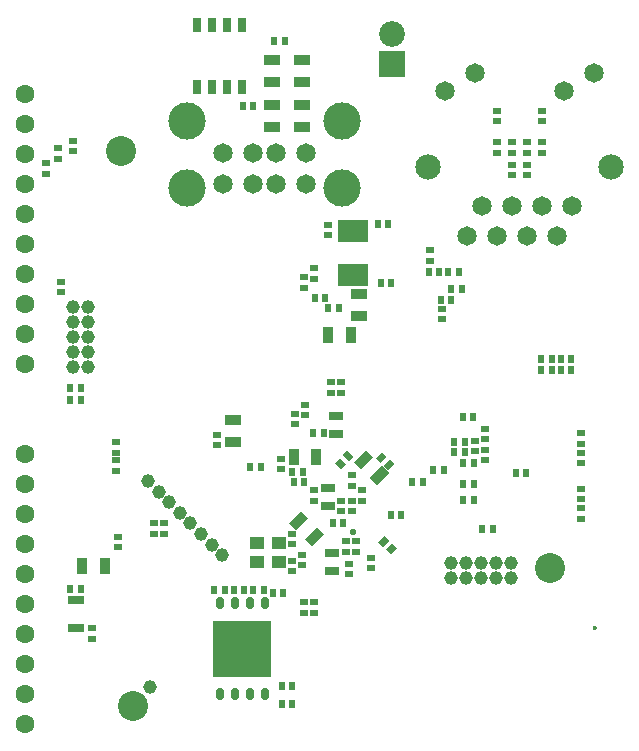
<source format=gbr>
G04 #@! TF.FileFunction,Soldermask,Bot*
%FSLAX46Y46*%
G04 Gerber Fmt 4.6, Leading zero omitted, Abs format (unit mm)*
G04 Created by KiCad (PCBNEW 0.201502260946+5452~21~ubuntu14.04.1-product) date Mon 02 Mar 2015 04:16:13 PM PST*
%MOMM*%
G01*
G04 APERTURE LIST*
%ADD10C,0.100000*%
%ADD11C,1.652400*%
%ADD12C,3.152400*%
%ADD13R,0.751840X0.551180*%
%ADD14R,0.551180X0.751840*%
%ADD15C,2.152400*%
%ADD16O,0.752400X1.052400*%
%ADD17R,4.952400X4.802400*%
%ADD18C,0.360000*%
%ADD19R,1.295400X0.787400*%
%ADD20R,0.852400X1.452400*%
%ADD21R,1.452400X0.852400*%
%ADD22C,1.168400*%
%ADD23C,0.552400*%
%ADD24R,2.184400X2.184400*%
%ADD25O,2.184400X2.184400*%
%ADD26R,0.652400X1.252400*%
%ADD27R,1.152400X1.052400*%
%ADD28R,1.452400X0.802400*%
%ADD29R,2.552400X1.852400*%
%ADD30C,1.602400*%
%ADD31C,2.540000*%
G04 APERTURE END LIST*
D10*
D11*
X102560000Y-99060000D03*
X100060000Y-99060000D03*
X98060000Y-99060000D03*
X95560000Y-99060000D03*
X102560000Y-96460000D03*
X100060000Y-96460000D03*
X98060000Y-96460000D03*
X95560000Y-96460000D03*
D12*
X105630000Y-99410000D03*
X105630000Y-93730000D03*
X92490000Y-99410000D03*
X92490000Y-93730000D03*
D13*
X114046000Y-110558580D03*
X114046000Y-109659420D03*
D14*
X114612420Y-106553000D03*
X115511580Y-106553000D03*
D11*
X125095000Y-100965000D03*
X123825000Y-103505000D03*
X122555000Y-100965000D03*
X121285000Y-103505000D03*
X120015000Y-100965000D03*
X118745000Y-103505000D03*
X117475000Y-100965000D03*
X116205000Y-103505000D03*
X114325000Y-91235000D03*
X116865000Y-89715000D03*
X124435000Y-91235000D03*
X126975000Y-89715000D03*
D15*
X128395000Y-97665000D03*
X112875000Y-97665000D03*
D16*
X99060000Y-142280000D03*
X97790000Y-142280000D03*
X96520000Y-142280000D03*
X95250000Y-142280000D03*
X95250000Y-134580000D03*
X96520000Y-134580000D03*
X97790000Y-134580000D03*
X99060000Y-134580000D03*
D17*
X97155000Y-138430000D03*
D13*
X102362000Y-106992420D03*
X102362000Y-107891580D03*
D18*
X127000000Y-136652000D03*
D13*
X106172000Y-132148580D03*
X106172000Y-131249420D03*
X106426000Y-125915420D03*
X106426000Y-126814580D03*
X106807000Y-129344420D03*
X106807000Y-130243580D03*
X105537000Y-125915420D03*
X105537000Y-126814580D03*
X105918000Y-129344420D03*
X105918000Y-130243580D03*
D19*
X104394000Y-126365000D03*
X104394000Y-124841000D03*
D13*
X106426000Y-123756420D03*
X106426000Y-124655580D03*
D19*
X104775000Y-130302000D03*
X104775000Y-131826000D03*
D14*
X112463580Y-124333000D03*
X111564420Y-124333000D03*
D13*
X101346000Y-131894580D03*
X101346000Y-130995420D03*
X101346000Y-128709420D03*
X101346000Y-129608580D03*
D10*
G36*
X109563621Y-123522619D02*
X108536619Y-124549621D01*
X107933881Y-123946883D01*
X108960883Y-122919881D01*
X109563621Y-123522619D01*
X109563621Y-123522619D01*
G37*
G36*
X108220119Y-122179117D02*
X107193117Y-123206119D01*
X106590379Y-122603381D01*
X107617381Y-121576379D01*
X108220119Y-122179117D01*
X108220119Y-122179117D01*
G37*
D14*
X110622080Y-127127000D03*
X109722920Y-127127000D03*
D13*
X108077000Y-131640580D03*
X108077000Y-130741420D03*
X103251000Y-125026420D03*
X103251000Y-125925580D03*
D14*
X104081580Y-120142000D03*
X103182420Y-120142000D03*
X114241580Y-123266200D03*
X113342420Y-123266200D03*
D10*
G36*
X105402155Y-122285214D02*
X105933786Y-122816845D01*
X105544043Y-123206588D01*
X105012412Y-122674957D01*
X105402155Y-122285214D01*
X105402155Y-122285214D01*
G37*
G36*
X106037957Y-121649412D02*
X106569588Y-122181043D01*
X106179845Y-122570786D01*
X105648214Y-122039155D01*
X106037957Y-121649412D01*
X106037957Y-121649412D01*
G37*
D13*
X105537000Y-115882420D03*
X105537000Y-116781580D03*
D20*
X101539000Y-122174000D03*
X103439000Y-122174000D03*
D13*
X101600000Y-118549420D03*
X101600000Y-119448580D03*
D19*
X105092500Y-118745000D03*
X105092500Y-120269000D03*
D10*
G36*
X104102621Y-128729619D02*
X103075619Y-129756621D01*
X102472881Y-129153883D01*
X103499883Y-128126881D01*
X104102621Y-128729619D01*
X104102621Y-128729619D01*
G37*
G36*
X102759119Y-127386117D02*
X101732117Y-128413119D01*
X101129379Y-127810381D01*
X102156381Y-126783379D01*
X102759119Y-127386117D01*
X102759119Y-127386117D01*
G37*
D14*
X105732580Y-127762000D03*
X104833420Y-127762000D03*
D13*
X100457000Y-123258580D03*
X100457000Y-122359420D03*
X102489000Y-117787420D03*
X102489000Y-118686580D03*
D10*
G36*
X109331214Y-130055845D02*
X109862845Y-129524214D01*
X110252588Y-129913957D01*
X109720957Y-130445588D01*
X109331214Y-130055845D01*
X109331214Y-130055845D01*
G37*
G36*
X108695412Y-129420043D02*
X109227043Y-128888412D01*
X109616786Y-129278155D01*
X109085155Y-129809786D01*
X108695412Y-129420043D01*
X108695412Y-129420043D01*
G37*
G36*
X109392786Y-122166155D02*
X108861155Y-122697786D01*
X108471412Y-122308043D01*
X109003043Y-121776412D01*
X109392786Y-122166155D01*
X109392786Y-122166155D01*
G37*
G36*
X110028588Y-122801957D02*
X109496957Y-123333588D01*
X109107214Y-122943845D01*
X109638845Y-122412214D01*
X110028588Y-122801957D01*
X110028588Y-122801957D01*
G37*
D13*
X104648000Y-115882420D03*
X104648000Y-116781580D03*
D14*
X102303580Y-123444000D03*
X101404420Y-123444000D03*
X102430580Y-124333000D03*
X101531420Y-124333000D03*
D13*
X94996000Y-120327420D03*
X94996000Y-121226580D03*
D21*
X96393000Y-120965000D03*
X96393000Y-119065000D03*
D14*
X83507580Y-133350000D03*
X82608420Y-133350000D03*
D13*
X86614000Y-129862580D03*
X86614000Y-128963420D03*
X84455000Y-137609580D03*
X84455000Y-136710420D03*
D20*
X83632000Y-131445000D03*
X85532000Y-131445000D03*
D13*
X125857000Y-120200420D03*
X125857000Y-121099580D03*
X125857000Y-126550420D03*
X125857000Y-127449580D03*
D14*
X115818920Y-118808500D03*
X116718080Y-118808500D03*
D13*
X125857000Y-124899420D03*
X125857000Y-125798580D03*
X125857000Y-121851420D03*
X125857000Y-122750580D03*
D14*
X115882420Y-125857000D03*
X116781580Y-125857000D03*
X115882420Y-124460000D03*
X116781580Y-124460000D03*
X115882420Y-122682000D03*
X116781580Y-122682000D03*
X121226580Y-123571000D03*
X120327420Y-123571000D03*
X118369080Y-128270000D03*
X117469920Y-128270000D03*
X123385580Y-113919000D03*
X122486420Y-113919000D03*
X125036580Y-114808000D03*
X124137420Y-114808000D03*
D13*
X117729000Y-122471180D03*
X117729000Y-121572020D03*
X117729000Y-119819420D03*
X117729000Y-120718580D03*
X103251000Y-135387080D03*
X103251000Y-134487920D03*
X113030000Y-104706420D03*
X113030000Y-105605580D03*
D14*
X98102420Y-133477000D03*
X99001580Y-133477000D03*
X100652580Y-133731000D03*
X99753420Y-133731000D03*
X100779580Y-86995000D03*
X99880420Y-86995000D03*
X97213420Y-92456000D03*
X98112580Y-92456000D03*
X109542580Y-102489000D03*
X108643420Y-102489000D03*
D13*
X104394000Y-103446580D03*
X104394000Y-102547420D03*
D14*
X109796580Y-107442000D03*
X108897420Y-107442000D03*
X105351580Y-109601000D03*
X104452420Y-109601000D03*
D20*
X106360000Y-111887000D03*
X104460000Y-111887000D03*
D13*
X103251000Y-107129580D03*
X103251000Y-106230420D03*
D21*
X107061000Y-110297000D03*
X107061000Y-108397000D03*
D22*
X114808000Y-132461000D03*
X114808000Y-131191000D03*
X116078000Y-132461000D03*
X116078000Y-131191000D03*
X117348000Y-132461000D03*
X117348000Y-131191000D03*
X118618000Y-132461000D03*
X118618000Y-131191000D03*
X119888000Y-132461000D03*
X119888000Y-131191000D03*
X84074000Y-114554000D03*
X82804000Y-114554000D03*
X84074000Y-113284000D03*
X82804000Y-113284000D03*
X84074000Y-112014000D03*
X82804000Y-112014000D03*
X84074000Y-110744000D03*
X82804000Y-110744000D03*
X84074000Y-109474000D03*
X82804000Y-109474000D03*
D23*
X106553000Y-128524000D03*
D22*
X89185910Y-124237910D03*
X90083936Y-125135936D03*
X90981962Y-126033962D03*
X91879987Y-126931987D03*
X92778013Y-127830013D03*
X93676038Y-128728038D03*
X94574064Y-129626064D03*
X95472090Y-130524090D03*
D24*
X109855000Y-88900000D03*
D25*
X109855000Y-86360000D03*
D13*
X107315000Y-125925580D03*
X107315000Y-125026420D03*
D21*
X99695000Y-90485000D03*
X99695000Y-88585000D03*
X99695000Y-94295000D03*
X99695000Y-92395000D03*
D13*
X102235000Y-131386580D03*
X102235000Y-130487420D03*
D14*
X100515420Y-141605000D03*
X101414580Y-141605000D03*
D13*
X82804000Y-96334580D03*
X82804000Y-95435420D03*
X86487000Y-121861580D03*
X86487000Y-120962420D03*
X81534000Y-96070420D03*
X81534000Y-96969580D03*
X86487000Y-123385580D03*
X86487000Y-122486420D03*
D14*
X82608420Y-116332000D03*
X83507580Y-116332000D03*
X82608420Y-117348000D03*
X83507580Y-117348000D03*
X101414580Y-143129000D03*
X100515420Y-143129000D03*
D13*
X81788000Y-107373420D03*
X81788000Y-108272580D03*
X89662000Y-128719580D03*
X89662000Y-127820420D03*
X90551000Y-128719580D03*
X90551000Y-127820420D03*
D14*
X122486420Y-114808000D03*
X123385580Y-114808000D03*
X124137420Y-113919000D03*
X125036580Y-113919000D03*
X115120420Y-121793000D03*
X116019580Y-121793000D03*
X115120420Y-120904000D03*
X116019580Y-120904000D03*
D13*
X116840000Y-120835420D03*
X116840000Y-121734580D03*
X102362000Y-134487920D03*
X102362000Y-135387080D03*
X120015000Y-95562420D03*
X120015000Y-96461580D03*
X118745000Y-96461580D03*
X118745000Y-95562420D03*
X121285000Y-95562420D03*
X121285000Y-96461580D03*
X122555000Y-96461580D03*
X122555000Y-95562420D03*
D14*
X113860580Y-106553000D03*
X112961420Y-106553000D03*
X114876580Y-108896720D03*
X113977420Y-108896720D03*
X115765580Y-107950000D03*
X114866420Y-107950000D03*
D13*
X121285000Y-97467420D03*
X121285000Y-98366580D03*
X120015000Y-97467420D03*
X120015000Y-98366580D03*
X118745000Y-93794580D03*
X118745000Y-92895420D03*
X122555000Y-93794580D03*
X122555000Y-92895420D03*
D14*
X97350580Y-133477000D03*
X96451420Y-133477000D03*
X94800420Y-133477000D03*
X95699580Y-133477000D03*
X97848420Y-123063000D03*
X98747580Y-123063000D03*
X104208580Y-108712000D03*
X103309420Y-108712000D03*
D26*
X93345000Y-90865000D03*
X93345000Y-85665000D03*
X94615000Y-90865000D03*
X95885000Y-90865000D03*
X97155000Y-90865000D03*
X94615000Y-85665000D03*
X95885000Y-85665000D03*
X97155000Y-85665000D03*
D27*
X100239000Y-131077000D03*
X98389000Y-131077000D03*
X98389000Y-129527000D03*
X100239000Y-129527000D03*
D28*
X83058000Y-134334000D03*
X83058000Y-136684000D03*
D29*
X106553000Y-106752000D03*
X106553000Y-103052000D03*
D21*
X102235000Y-90485000D03*
X102235000Y-88585000D03*
X102235000Y-94295000D03*
X102235000Y-92395000D03*
D30*
X78740000Y-91440000D03*
X78740000Y-93980000D03*
X78740000Y-96520000D03*
X78740000Y-99060000D03*
X78740000Y-101600000D03*
X78740000Y-104140000D03*
X78740000Y-106680000D03*
X78740000Y-109220000D03*
X78740000Y-111760000D03*
X78740000Y-114300000D03*
X78740000Y-121920000D03*
X78740000Y-124460000D03*
X78740000Y-127000000D03*
X78740000Y-129540000D03*
X78740000Y-132080000D03*
X78740000Y-134620000D03*
X78740000Y-137160000D03*
X78740000Y-139700000D03*
X78740000Y-142240000D03*
X78740000Y-144780000D03*
D22*
X89350000Y-141710000D03*
D13*
X80550000Y-97335420D03*
X80550000Y-98234580D03*
D31*
X87884000Y-143256000D03*
X123190000Y-131572000D03*
X86868000Y-96266000D03*
M02*

</source>
